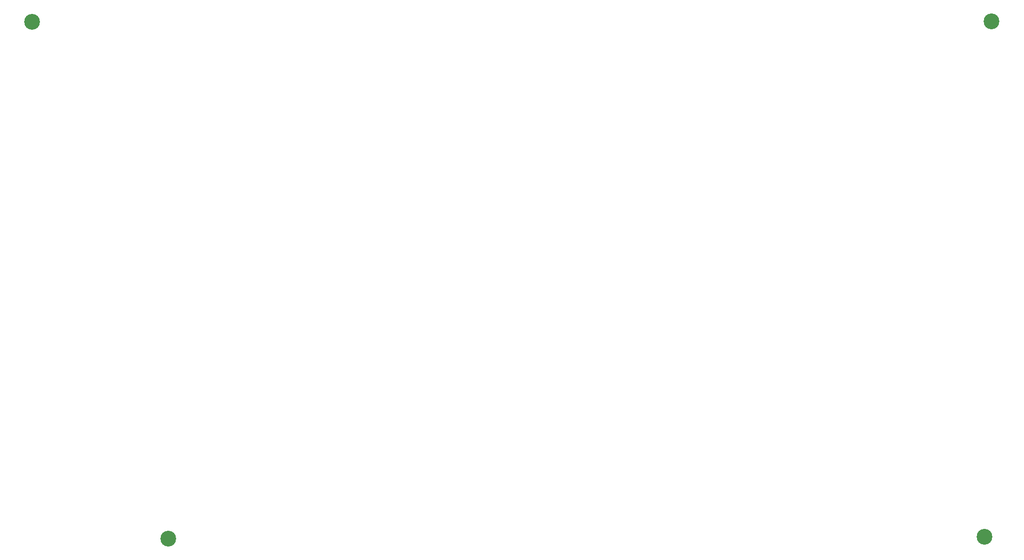
<source format=gbr>
%TF.GenerationSoftware,Altium Limited,Altium Designer,18.0.9 (584)*%
G04 Layer_Color=0*
%FSLAX26Y26*%
%MOIN*%
%TF.FileFunction,NonPlated,1,2,NPTH,Drill*%
%TF.Part,Single*%
G01*
G75*
%TA.AperFunction,OtherDrill,Pad Free-H (2225mil,1320mil)*%
%ADD91C,0.113000*%
%TA.AperFunction,OtherDrill,Pad Free-H (1250mil,5030mil)*%
%ADD92C,0.113000*%
%TA.AperFunction,OtherDrill,Pad Free-H (8130mil,5035mil)*%
%ADD93C,0.113000*%
%TA.AperFunction,OtherDrill,Pad Free-H (8080mil,1335mil)*%
%ADD94C,0.113000*%
D91*
X2225000Y1320000D02*
D03*
D92*
X1250000Y5030000D02*
D03*
D93*
X8130000Y5035000D02*
D03*
D94*
X8080000Y1335000D02*
D03*
%TF.MD5,4cb58cbc1df18cf5bafe9ede41c19675*%
M02*

</source>
